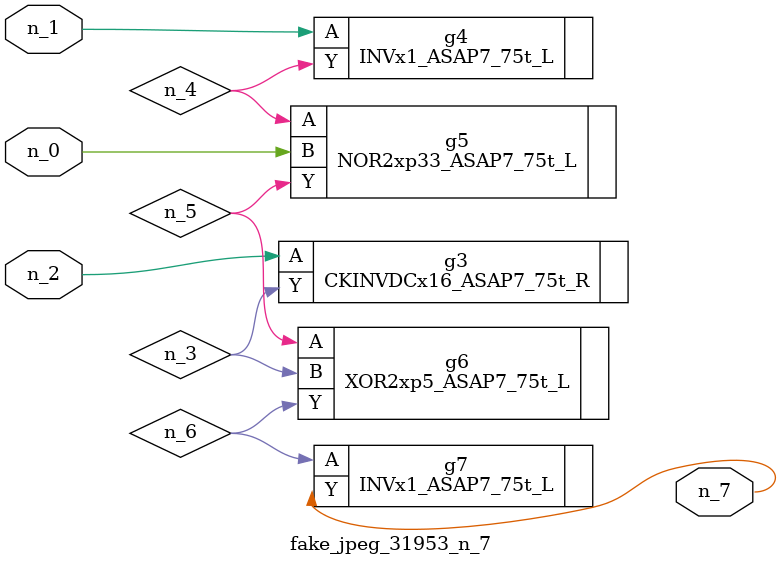
<source format=v>
module fake_jpeg_31953_n_7 (n_0, n_2, n_1, n_7);

input n_0;
input n_2;
input n_1;

output n_7;

wire n_3;
wire n_4;
wire n_6;
wire n_5;

CKINVDCx16_ASAP7_75t_R g3 ( 
.A(n_2),
.Y(n_3)
);

INVx1_ASAP7_75t_L g4 ( 
.A(n_1),
.Y(n_4)
);

NOR2xp33_ASAP7_75t_L g5 ( 
.A(n_4),
.B(n_0),
.Y(n_5)
);

XOR2xp5_ASAP7_75t_L g6 ( 
.A(n_5),
.B(n_3),
.Y(n_6)
);

INVx1_ASAP7_75t_L g7 ( 
.A(n_6),
.Y(n_7)
);


endmodule
</source>
